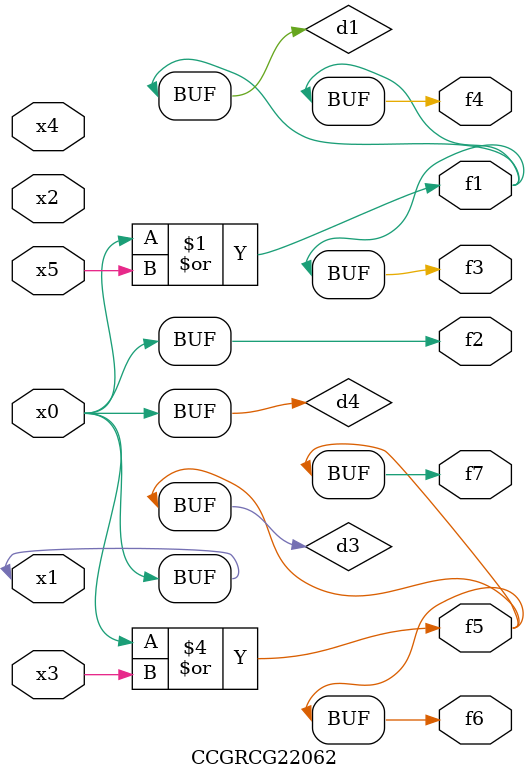
<source format=v>
module CCGRCG22062(
	input x0, x1, x2, x3, x4, x5,
	output f1, f2, f3, f4, f5, f6, f7
);

	wire d1, d2, d3, d4;

	or (d1, x0, x5);
	xnor (d2, x1, x4);
	or (d3, x0, x3);
	buf (d4, x0, x1);
	assign f1 = d1;
	assign f2 = d4;
	assign f3 = d1;
	assign f4 = d1;
	assign f5 = d3;
	assign f6 = d3;
	assign f7 = d3;
endmodule

</source>
